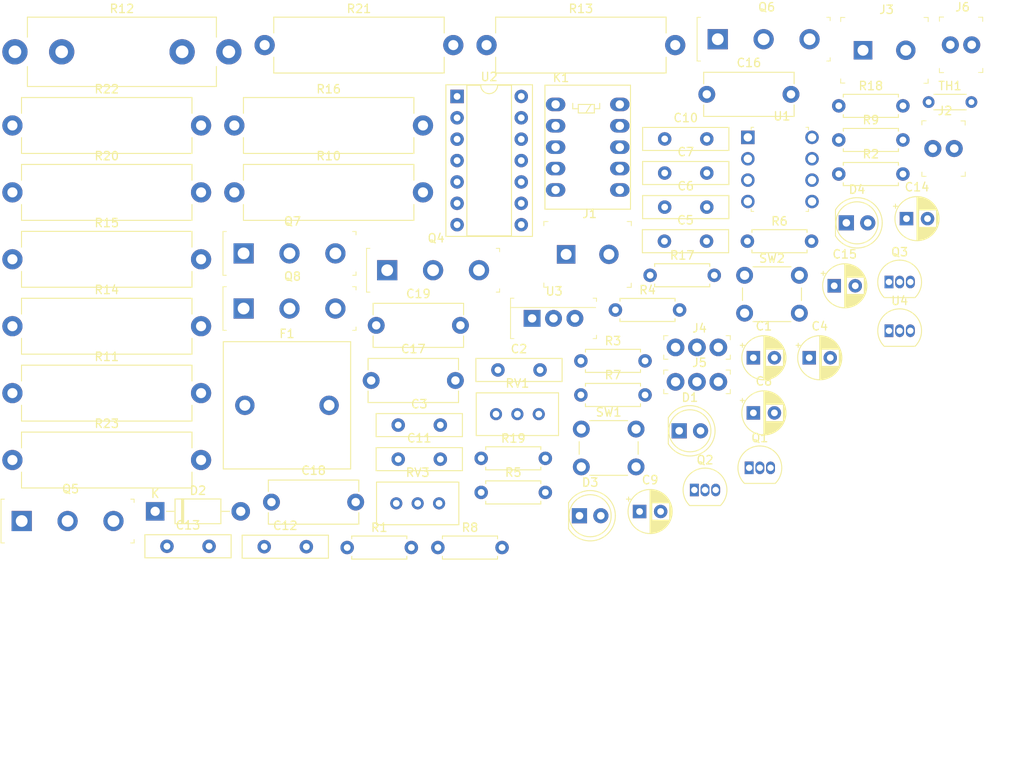
<source format=kicad_pcb>
(kicad_pcb (version 20171130) (host pcbnew "(5.1.6-0-10_14)")
  (layers (0 F.Cu signal) (31 B.Cu signal) (34 B.Paste user) (35 F.Paste user) (36 B.SilkS user) (37 F.SilkS user) (38 B.Mask user) (39 F.Mask user) (44 Edge.Cuts user))
  (net 0 "")
  (net 1 +12V)
  (net 2 GND)
  (net 3 VCC)
  (net 4 "Net-(C7-Pad1)")
  (net 5 "Net-(C7-Pad2)")
  (net 6 +5V)
  (net 7 overtemp)
  (net 8 "Net-(D1-Pad2)")
  (net 9 "Net-(D2-Pad1)")
  (net 10 "Net-(D2-Pad2)")
  (net 11 "Net-(D3-Pad2)")
  (net 12 "Net-(D4-Pad2)")
  (net 13 "Net-(D4-Pad1)")
  (net 14 "Net-(F1-Pad2)")
  (net 15 "Net-(J2-Pad1)")
  (net 16 "Net-(J3-Pad2)")
  (net 17 "Net-(J3-Pad1)")
  (net 18 "Net-(J4-Pad3)")
  (net 19 "Net-(J4-Pad2)")
  (net 20 "Net-(J4-Pad1)")
  (net 21 "Net-(J5-Pad3)")
  (net 22 "Net-(K1-Pad2)")
  (net 23 "Net-(K1-Pad4)")
  (net 24 "Net-(K1-Pad8)")
  (net 25 "Net-(Q1-Pad1)")
  (net 26 "Net-(Q4-Pad1)")
  (net 27 "Net-(Q5-Pad1)")
  (net 28 "Net-(Q6-Pad1)")
  (net 29 "Net-(Q7-Pad1)")
  (net 30 "Net-(Q8-Pad1)")
  (net 31 "Net-(R1-Pad2)")
  (net 32 "Net-(R3-Pad1)")
  (net 33 "Net-(R3-Pad2)")
  (net 34 "Net-(R17-Pad1)")
  (net 35 "Net-(R19-Pad2)")
  (net 36 "Net-(RV1-Pad3)")
  (net 37 "Net-(U1-Pad2)")
  (net 38 "Net-(U1-Pad6)")
  (net 39 "Net-(U2-Pad13)")
  (module kicad_logos:cerasus_loogo_klein (layer F.Cu) (at 242.57 113.03)
    (fp_text reference G*** hide)
    (fp_text value LOGO hide)
  )
  (module kicad_logos:cherry_logo_2 (layer F.Cu) (at 241.3 115.57)
    (fp_text reference G*** hide)
    (fp_text value LOGO hide)
  )
  (module Capacitor_THT:CP_Radial_D5.0mm_P2.50mm (layer F.Cu) (at 227.884776 86.345001)
    (fp_text reference C1 (at 1.25 -3.75) (layer F.SilkS))
    (fp_text value 1u)
    (pad 1 thru_hole rect (at 0 0) (size 1.6 1.6) (drill 0.8) (layers *.Cu *.Mask) (net 1 +12V))
    (pad 2 thru_hole circle (at 2.5 0) (size 1.6 1.6) (drill 0.8) (layers *.Cu *.Mask) (net 2 GND))
  )
  (module Capacitor_THT:C_Disc_D10.0mm_W2.5mm_P5.00mm (layer F.Cu) (at 197.555001 87.795001)
    (fp_text reference C2 (at 2.5 -2.5) (layer F.SilkS))
    (fp_text value 10n)
    (pad 1 thru_hole circle (at 0 0) (size 1.6 1.6) (drill 0.8) (layers *.Cu *.Mask) (net 1 +12V))
    (pad 2 thru_hole circle (at 5 0) (size 1.6 1.6) (drill 0.8) (layers *.Cu *.Mask) (net 2 GND))
  )
  (module Capacitor_THT:C_Disc_D10.0mm_W2.5mm_P5.00mm (layer F.Cu) (at 185.715001 94.345001)
    (fp_text reference C3 (at 2.5 -2.5) (layer F.SilkS))
    (fp_text value 100p)
    (pad 1 thru_hole circle (at 0 0) (size 1.6 1.6) (drill 0.8) (layers *.Cu *.Mask) (net 1 +12V))
    (pad 2 thru_hole circle (at 5 0) (size 1.6 1.6) (drill 0.8) (layers *.Cu *.Mask) (net 2 GND))
  )
  (module Capacitor_THT:CP_Radial_D5.0mm_P2.50mm (layer F.Cu) (at 234.514776 86.345001)
    (fp_text reference C4 (at 1.25 -3.75) (layer F.SilkS))
    (fp_text value 1u)
    (pad 1 thru_hole rect (at 0 0) (size 1.6 1.6) (drill 0.8) (layers *.Cu *.Mask) (net 3 VCC))
    (pad 2 thru_hole circle (at 2.5 0) (size 1.6 1.6) (drill 0.8) (layers *.Cu *.Mask) (net 2 GND))
  )
  (module Capacitor_THT:C_Disc_D10.0mm_W2.5mm_P5.00mm (layer F.Cu) (at 217.325001 72.495001)
    (fp_text reference C5 (at 2.5 -2.5) (layer F.SilkS))
    (fp_text value 10n)
    (pad 2 thru_hole circle (at 5 0) (size 1.6 1.6) (drill 0.8) (layers *.Cu *.Mask) (net 2 GND))
    (pad 1 thru_hole circle (at 0 0) (size 1.6 1.6) (drill 0.8) (layers *.Cu *.Mask) (net 3 VCC))
  )
  (module Capacitor_THT:C_Disc_D10.0mm_W2.5mm_P5.00mm (layer F.Cu) (at 217.355001 68.445001)
    (fp_text reference C6 (at 2.5 -2.5) (layer F.SilkS))
    (fp_text value 100p)
    (pad 2 thru_hole circle (at 5 0) (size 1.6 1.6) (drill 0.8) (layers *.Cu *.Mask) (net 2 GND))
    (pad 1 thru_hole circle (at 0 0) (size 1.6 1.6) (drill 0.8) (layers *.Cu *.Mask) (net 3 VCC))
  )
  (module Capacitor_THT:C_Disc_D10.0mm_W2.5mm_P5.00mm (layer F.Cu) (at 217.355001 64.395001)
    (fp_text reference C7 (at 2.5 -2.5) (layer F.SilkS))
    (fp_text value 22p)
    (pad 1 thru_hole circle (at 0 0) (size 1.6 1.6) (drill 0.8) (layers *.Cu *.Mask) (net 4 "Net-(C7-Pad1)"))
    (pad 2 thru_hole circle (at 5 0) (size 1.6 1.6) (drill 0.8) (layers *.Cu *.Mask) (net 5 "Net-(C7-Pad2)"))
  )
  (module Capacitor_THT:CP_Radial_D5.0mm_P2.50mm (layer F.Cu) (at 227.884776 92.895001)
    (fp_text reference C8 (at 1.25 -3.75) (layer F.SilkS))
    (fp_text value 1u)
    (pad 2 thru_hole circle (at 2.5 0) (size 1.6 1.6) (drill 0.8) (layers *.Cu *.Mask) (net 2 GND))
    (pad 1 thru_hole rect (at 0 0) (size 1.6 1.6) (drill 0.8) (layers *.Cu *.Mask) (net 3 VCC))
  )
  (module Capacitor_THT:CP_Radial_D5.0mm_P2.50mm (layer F.Cu) (at 214.374776 104.615001)
    (fp_text reference C9 (at 1.25 -3.75) (layer F.SilkS))
    (fp_text value 1u)
    (pad 2 thru_hole circle (at 2.5 0) (size 1.6 1.6) (drill 0.8) (layers *.Cu *.Mask) (net 2 GND))
    (pad 1 thru_hole rect (at 0 0) (size 1.6 1.6) (drill 0.8) (layers *.Cu *.Mask) (net 3 VCC))
  )
  (module Capacitor_THT:C_Disc_D10.0mm_W2.5mm_P5.00mm (layer F.Cu) (at 217.355001 60.345001)
    (fp_text reference C10 (at 2.5 -2.5) (layer F.SilkS))
    (fp_text value 10n)
    (pad 2 thru_hole circle (at 5 0) (size 1.6 1.6) (drill 0.8) (layers *.Cu *.Mask) (net 2 GND))
    (pad 1 thru_hole circle (at 0 0) (size 1.6 1.6) (drill 0.8) (layers *.Cu *.Mask) (net 3 VCC))
  )
  (module Capacitor_THT:C_Disc_D10.0mm_W2.5mm_P5.00mm (layer F.Cu) (at 185.715001 98.395001)
    (fp_text reference C11 (at 2.5 -2.5) (layer F.SilkS))
    (fp_text value 10n)
    (pad 1 thru_hole circle (at 0 0) (size 1.6 1.6) (drill 0.8) (layers *.Cu *.Mask) (net 3 VCC))
    (pad 2 thru_hole circle (at 5 0) (size 1.6 1.6) (drill 0.8) (layers *.Cu *.Mask) (net 2 GND))
  )
  (module Capacitor_THT:C_Disc_D10.0mm_W2.5mm_P5.00mm (layer F.Cu) (at 169.805001 108.795001)
    (fp_text reference C12 (at 2.5 -2.5) (layer F.SilkS))
    (fp_text value 100p)
    (pad 1 thru_hole circle (at 0 0) (size 1.6 1.6) (drill 0.8) (layers *.Cu *.Mask) (net 3 VCC))
    (pad 2 thru_hole circle (at 5 0) (size 1.6 1.6) (drill 0.8) (layers *.Cu *.Mask) (net 2 GND))
  )
  (module Capacitor_THT:C_Disc_D10.0mm_W2.5mm_P5.00mm (layer F.Cu) (at 158.255001 108.745001)
    (fp_text reference C13 (at 2.5 -2.5) (layer F.SilkS))
    (fp_text value 100p)
    (pad 2 thru_hole circle (at 5 0) (size 1.6 1.6) (drill 0.8) (layers *.Cu *.Mask) (net 2 GND))
    (pad 1 thru_hole circle (at 0 0) (size 1.6 1.6) (drill 0.8) (layers *.Cu *.Mask) (net 3 VCC))
  )
  (module Capacitor_THT:CP_Radial_D5.0mm_P2.50mm (layer F.Cu) (at 246.064776 69.815001)
    (fp_text reference C14 (at 1.25 -3.75) (layer F.SilkS))
    (fp_text value 1u)
    (pad 1 thru_hole rect (at 0 0) (size 1.6 1.6) (drill 0.8) (layers *.Cu *.Mask) (net 1 +12V))
    (pad 2 thru_hole circle (at 2.5 0) (size 1.6 1.6) (drill 0.8) (layers *.Cu *.Mask) (net 2 GND))
  )
  (module Capacitor_THT:CP_Radial_D5.0mm_P2.50mm (layer F.Cu) (at 237.484776 77.795001)
    (fp_text reference C15 (at 1.25 -3.75) (layer F.SilkS))
    (fp_text value 1u)
    (pad 2 thru_hole circle (at 2.5 0) (size 1.6 1.6) (drill 0.8) (layers *.Cu *.Mask) (net 2 GND))
    (pad 1 thru_hole rect (at 0 0) (size 1.6 1.6) (drill 0.8) (layers *.Cu *.Mask) (net 6 +5V))
  )
  (module Capacitor_THT:C_Disc_D10.5mm_W5.0mm_P10.00mm (layer F.Cu) (at 222.355001 55.045001)
    (fp_text reference C16 (at 5 -3.75) (layer F.SilkS))
    (fp_text value 10n)
    (pad 1 thru_hole circle (at 0 0) (size 2 2) (drill 1) (layers *.Cu *.Mask) (net 1 +12V))
    (pad 2 thru_hole circle (at 10 0) (size 2 2) (drill 1) (layers *.Cu *.Mask) (net 2 GND))
  )
  (module Capacitor_THT:C_Disc_D10.5mm_W5.0mm_P10.00mm (layer F.Cu) (at 182.505001 89.045001)
    (fp_text reference C17 (at 5 -3.75) (layer F.SilkS))
    (fp_text value 10n)
    (pad 1 thru_hole circle (at 0 0) (size 2 2) (drill 1) (layers *.Cu *.Mask) (net 6 +5V))
    (pad 2 thru_hole circle (at 10 0) (size 2 2) (drill 1) (layers *.Cu *.Mask) (net 2 GND))
  )
  (module Capacitor_THT:C_Disc_D10.5mm_W5.0mm_P10.00mm (layer F.Cu) (at 170.665001 103.495001)
    (fp_text reference C18 (at 5 -3.75) (layer F.SilkS))
    (fp_text value 100p)
    (pad 2 thru_hole circle (at 10 0) (size 2 2) (drill 1) (layers *.Cu *.Mask) (net 2 GND))
    (pad 1 thru_hole circle (at 0 0) (size 2 2) (drill 1) (layers *.Cu *.Mask) (net 1 +12V))
  )
  (module Capacitor_THT:C_Disc_D10.5mm_W5.0mm_P10.00mm (layer F.Cu) (at 183.105001 82.495001)
    (fp_text reference C19 (at 5 -3.75) (layer F.SilkS))
    (fp_text value 100p)
    (pad 2 thru_hole circle (at 10 0) (size 2 2) (drill 1) (layers *.Cu *.Mask) (net 2 GND))
    (pad 1 thru_hole circle (at 0 0) (size 2 2) (drill 1) (layers *.Cu *.Mask) (net 6 +5V))
  )
  (module LED_THT:LED_D5.0mm (layer F.Cu) (at 219.075001 95.025001)
    (fp_text reference D1 (at 1.27 -3.96) (layer F.SilkS))
    (fp_text value LED)
    (pad 1 thru_hole rect (at 0 0) (size 1.8 1.8) (drill 0.9) (layers *.Cu *.Mask) (net 7 overtemp))
    (pad 2 thru_hole circle (at 2.54 0) (size 1.8 1.8) (drill 0.9) (layers *.Cu *.Mask) (net 8 "Net-(D1-Pad2)"))
  )
  (module Diode_THT:D_DO-41_SOD81_P10.16mm_Horizontal (layer F.Cu) (at 156.855001 104.595001)
    (fp_text reference D2 (at 5.08 -2.47) (layer F.SilkS))
    (fp_text value 1N4001)
    (fp_text user K (at 0 -2.1) (layer F.SilkS))
    (pad 1 thru_hole rect (at 0 0) (size 2.2 2.2) (drill 1.1) (layers *.Cu *.Mask) (net 9 "Net-(D2-Pad1)"))
    (pad 2 thru_hole oval (at 10.16 0) (size 2.2 2.2) (drill 1.1) (layers *.Cu *.Mask) (net 10 "Net-(D2-Pad2)"))
  )
  (module LED_THT:LED_D5.0mm (layer F.Cu) (at 207.235001 105.115001)
    (fp_text reference D3 (at 1.27 -3.96) (layer F.SilkS))
    (fp_text value LED)
    (pad 1 thru_hole rect (at 0 0) (size 1.8 1.8) (drill 0.9) (layers *.Cu *.Mask) (net 2 GND))
    (pad 2 thru_hole circle (at 2.54 0) (size 1.8 1.8) (drill 0.9) (layers *.Cu *.Mask) (net 11 "Net-(D3-Pad2)"))
  )
  (module LED_THT:LED_D5.0mm (layer F.Cu) (at 238.925001 70.315001)
    (fp_text reference D4 (at 1.27 -3.96) (layer F.SilkS))
    (fp_text value LED)
    (pad 2 thru_hole circle (at 2.54 0) (size 1.8 1.8) (drill 0.9) (layers *.Cu *.Mask) (net 12 "Net-(D4-Pad2)"))
    (pad 1 thru_hole rect (at 0 0) (size 1.8 1.8) (drill 0.9) (layers *.Cu *.Mask) (net 13 "Net-(D4-Pad1)"))
  )
  (module Fuse:Fuseholder_Cylinder-5x20mm_EATON_HBW_Vertical_Closed (layer F.Cu) (at 167.505001 91.995001)
    (fp_text reference F1 (at 5 -8.5) (layer F.SilkS))
    (fp_text value Fuse)
    (pad 1 thru_hole circle (at 0 0) (size 2.3 2.3) (drill 1.3) (layers *.Cu *.Mask) (net 3 VCC))
    (pad 2 thru_hole circle (at 10 0) (size 2.3 2.3) (drill 1.3) (layers *.Cu *.Mask) (net 14 "Net-(F1-Pad2)"))
  )
  (module digikey-footprints:Term_Block_1x2_P5.08MM (layer F.Cu) (at 205.655001 74.059001)
    (fp_text reference J1 (at 2.794 -4.826) (layer F.SilkS))
    (fp_text value OSTTC022162)
    (pad 1 thru_hole rect (at 0 0) (size 2.2 2.2) (drill 1.3) (layers *.Cu *.Mask) (net 14 "Net-(F1-Pad2)"))
    (pad 2 thru_hole circle (at 5.08 0) (size 2.3 2.3) (drill 1.3) (layers *.Cu *.Mask) (net 2 GND))
  )
  (module digikey-footprints:PinHeader_1x2_P2.54mm_Drill1.02mm (layer F.Cu) (at 249.195001 61.485001)
    (fp_text reference J2 (at 1.45 -4.48) (layer F.SilkS))
    (fp_text value 640456-2)
    (pad 2 thru_hole circle (at 2.54 0) (size 2.02 2.02) (drill 1.02) (layers *.Cu *.Mask) (net 2 GND))
    (pad 1 thru_hole circle (at 0 0) (size 2.02 2.02) (drill 1.02) (layers *.Cu *.Mask) (net 15 "Net-(J2-Pad1)"))
  )
  (module digikey-footprints:Term_Block_1x2_P5.08MM (layer F.Cu) (at 240.905001 49.809001)
    (fp_text reference J3 (at 2.794 -4.826) (layer F.SilkS))
    (fp_text value OSTTC022162)
    (pad 2 thru_hole circle (at 5.08 0) (size 2.3 2.3) (drill 1.3) (layers *.Cu *.Mask) (net 16 "Net-(J3-Pad2)"))
    (pad 1 thru_hole rect (at 0 0) (size 2.2 2.2) (drill 1.3) (layers *.Cu *.Mask) (net 17 "Net-(J3-Pad1)"))
  )
  (module digikey-footprints:PinHeader_1x3_P2.54_Drill1.1mm (layer F.Cu) (at 218.645001 85.115001)
    (fp_text reference J4 (at 2.85 -2.28) (layer F.SilkS))
    (fp_text value 640456-3)
    (pad 3 thru_hole circle (at 5.08 0) (size 2.1 2.1) (drill 1.1) (layers *.Cu *.Mask) (net 18 "Net-(J4-Pad3)"))
    (pad 2 thru_hole circle (at 2.54 0) (size 2.1 2.1) (drill 1.1) (layers *.Cu *.Mask) (net 19 "Net-(J4-Pad2)"))
    (pad 1 thru_hole circle (at 0 0) (size 2.1 2.1) (drill 1.1) (layers *.Cu *.Mask) (net 20 "Net-(J4-Pad1)"))
  )
  (module digikey-footprints:PinHeader_1x3_P2.54_Drill1.1mm (layer F.Cu) (at 218.645001 89.205001)
    (fp_text reference J5 (at 2.85 -2.28) (layer F.SilkS))
    (fp_text value 640456-3)
    (pad 1 thru_hole circle (at 0 0) (size 2.1 2.1) (drill 1.1) (layers *.Cu *.Mask) (net 2 GND))
    (pad 2 thru_hole circle (at 2.54 0) (size 2.1 2.1) (drill 1.1) (layers *.Cu *.Mask) (net 20 "Net-(J4-Pad1)"))
    (pad 3 thru_hole circle (at 5.08 0) (size 2.1 2.1) (drill 1.1) (layers *.Cu *.Mask) (net 21 "Net-(J5-Pad3)"))
  )
  (module digikey-footprints:PinHeader_1x2_P2.54mm_Drill1.02mm (layer F.Cu) (at 251.275001 49.165001)
    (fp_text reference J6 (at 1.45 -4.48) (layer F.SilkS))
    (fp_text value 640456-2)
    (pad 1 thru_hole circle (at 0 0) (size 2.02 2.02) (drill 1.02) (layers *.Cu *.Mask) (net 2 GND))
    (pad 2 thru_hole circle (at 2.54 0) (size 2.02 2.02) (drill 1.02) (layers *.Cu *.Mask) (net 1 +12V))
  )
  (module Relay_THT:Relay_DPDT_FRT5 (layer F.Cu) (at 204.405001 56.245001)
    (fp_text reference K1 (at 0.635 -3.175) (layer F.SilkS))
    (fp_text value FRT5_separated)
    (pad 1 thru_hole oval (at 0 0) (size 2.3 1.6) (drill 1) (layers *.Cu *.Mask) (net 9 "Net-(D2-Pad1)"))
    (pad 2 thru_hole oval (at 0 2.54) (size 2.3 1.6) (drill 1) (layers *.Cu *.Mask) (net 22 "Net-(K1-Pad2)"))
    (pad 3 thru_hole oval (at 0 5.08) (size 2.3 1.6) (drill 1) (layers *.Cu *.Mask) (net 9 "Net-(D2-Pad1)"))
    (pad 4 thru_hole oval (at 0 7.62) (size 2.3 1.6) (drill 1) (layers *.Cu *.Mask) (net 23 "Net-(K1-Pad4)"))
    (pad 5 thru_hole oval (at 0 10.16) (size 2.3 1.6) (drill 1) (layers *.Cu *.Mask))
    (pad 6 thru_hole oval (at 7.62 10.16) (size 2.3 1.6) (drill 1) (layers *.Cu *.Mask))
    (pad 7 thru_hole oval (at 7.62 7.62) (size 2.3 1.6) (drill 1) (layers *.Cu *.Mask) (net 19 "Net-(J4-Pad2)"))
    (pad 8 thru_hole oval (at 7.62 5.08) (size 2.3 1.6) (drill 1) (layers *.Cu *.Mask) (net 24 "Net-(K1-Pad8)"))
    (pad 9 thru_hole oval (at 7.62 2.54) (size 2.3 1.6) (drill 1) (layers *.Cu *.Mask) (net 2 GND))
    (pad 10 thru_hole oval (at 7.62 0) (size 2.3 1.6) (drill 1) (layers *.Cu *.Mask) (net 10 "Net-(D2-Pad2)"))
  )
  (module Package_TO_SOT_THT:TO-92_Inline (layer F.Cu) (at 227.385001 99.425001)
    (fp_text reference Q1 (at 1.27 -3.56) (layer F.SilkS))
    (fp_text value BS250)
    (pad 2 thru_hole oval (at 1.27 0) (size 1.05 1.5) (drill 0.75) (layers *.Cu *.Mask) (net 7 overtemp))
    (pad 3 thru_hole oval (at 2.54 0) (size 1.05 1.5) (drill 0.75) (layers *.Cu *.Mask) (net 1 +12V))
    (pad 1 thru_hole rect (at 0 0) (size 1.05 1.5) (drill 0.75) (layers *.Cu *.Mask) (net 25 "Net-(Q1-Pad1)"))
  )
  (module Package_TO_SOT_THT:TO-92_Inline (layer F.Cu) (at 220.875001 102.055001)
    (fp_text reference Q2 (at 1.27 -3.56) (layer F.SilkS))
    (fp_text value 2N7000)
    (pad 1 thru_hole rect (at 0 0) (size 1.05 1.5) (drill 0.75) (layers *.Cu *.Mask) (net 2 GND))
    (pad 3 thru_hole oval (at 2.54 0) (size 1.05 1.5) (drill 0.75) (layers *.Cu *.Mask) (net 13 "Net-(D4-Pad1)"))
    (pad 2 thru_hole oval (at 1.27 0) (size 1.05 1.5) (drill 0.75) (layers *.Cu *.Mask) (net 7 overtemp))
  )
  (module Package_TO_SOT_THT:TO-92_Inline (layer F.Cu) (at 243.985001 77.345001)
    (fp_text reference Q3 (at 1.27 -3.56) (layer F.SilkS))
    (fp_text value 2N7000)
    (pad 1 thru_hole rect (at 0 0) (size 1.05 1.5) (drill 0.75) (layers *.Cu *.Mask) (net 2 GND))
    (pad 3 thru_hole oval (at 2.54 0) (size 1.05 1.5) (drill 0.75) (layers *.Cu *.Mask) (net 24 "Net-(K1-Pad8)"))
    (pad 2 thru_hole oval (at 1.27 0) (size 1.05 1.5) (drill 0.75) (layers *.Cu *.Mask) (net 7 overtemp))
  )
  (module digikey-footprints:TO-247-3 (layer F.Cu) (at 184.405001 75.945001)
    (fp_text reference Q4 (at 5.81 -3.81) (layer F.SilkS))
    (fp_text value TIP142)
    (pad 1 thru_hole rect (at 0 0) (size 2.4 2.4) (drill 1.4) (layers *.Cu *.Mask) (net 26 "Net-(Q4-Pad1)"))
    (pad 2 thru_hole circle (at 5.45 0) (size 2.4 2.4) (drill 1.4) (layers *.Cu *.Mask) (net 4 "Net-(C7-Pad1)"))
    (pad 3 thru_hole circle (at 10.9 0) (size 2.4 2.4) (drill 1.4) (layers *.Cu *.Mask) (net 3 VCC))
  )
  (module digikey-footprints:TO-247-3 (layer F.Cu) (at 141.005001 105.745001)
    (fp_text reference Q5 (at 5.81 -3.81) (layer F.SilkS))
    (fp_text value TIP142)
    (pad 1 thru_hole rect (at 0 0) (size 2.4 2.4) (drill 1.4) (layers *.Cu *.Mask) (net 27 "Net-(Q5-Pad1)"))
    (pad 2 thru_hole circle (at 5.45 0) (size 2.4 2.4) (drill 1.4) (layers *.Cu *.Mask) (net 4 "Net-(C7-Pad1)"))
    (pad 3 thru_hole circle (at 10.9 0) (size 2.4 2.4) (drill 1.4) (layers *.Cu *.Mask) (net 3 VCC))
  )
  (module digikey-footprints:TO-247-3 (layer F.Cu) (at 223.655001 48.495001)
    (fp_text reference Q6 (at 5.81 -3.81) (layer F.SilkS))
    (fp_text value TIP142)
    (pad 3 thru_hole circle (at 10.9 0) (size 2.4 2.4) (drill 1.4) (layers *.Cu *.Mask) (net 3 VCC))
    (pad 2 thru_hole circle (at 5.45 0) (size 2.4 2.4) (drill 1.4) (layers *.Cu *.Mask) (net 4 "Net-(C7-Pad1)"))
    (pad 1 thru_hole rect (at 0 0) (size 2.4 2.4) (drill 1.4) (layers *.Cu *.Mask) (net 28 "Net-(Q6-Pad1)"))
  )
  (module digikey-footprints:TO-247-3 (layer F.Cu) (at 167.355001 73.945001)
    (fp_text reference Q7 (at 5.81 -3.81) (layer F.SilkS))
    (fp_text value TIP142)
    (pad 1 thru_hole rect (at 0 0) (size 2.4 2.4) (drill 1.4) (layers *.Cu *.Mask) (net 29 "Net-(Q7-Pad1)"))
    (pad 2 thru_hole circle (at 5.45 0) (size 2.4 2.4) (drill 1.4) (layers *.Cu *.Mask) (net 4 "Net-(C7-Pad1)"))
    (pad 3 thru_hole circle (at 10.9 0) (size 2.4 2.4) (drill 1.4) (layers *.Cu *.Mask) (net 3 VCC))
  )
  (module digikey-footprints:TO-247-3 (layer F.Cu) (at 167.355001 80.495001)
    (fp_text reference Q8 (at 5.81 -3.81) (layer F.SilkS))
    (fp_text value TIP142)
    (pad 3 thru_hole circle (at 10.9 0) (size 2.4 2.4) (drill 1.4) (layers *.Cu *.Mask) (net 3 VCC))
    (pad 2 thru_hole circle (at 5.45 0) (size 2.4 2.4) (drill 1.4) (layers *.Cu *.Mask) (net 4 "Net-(C7-Pad1)"))
    (pad 1 thru_hole rect (at 0 0) (size 2.4 2.4) (drill 1.4) (layers *.Cu *.Mask) (net 30 "Net-(Q8-Pad1)"))
  )
  (module Resistor_THT:R_Axial_DIN0207_L6.3mm_D2.5mm_P7.62mm_Horizontal (layer F.Cu) (at 179.655001 108.895001)
    (fp_text reference R1 (at 3.81 -2.37) (layer F.SilkS))
    (fp_text value 10k)
    (pad 2 thru_hole oval (at 7.62 0) (size 1.6 1.6) (drill 0.8) (layers *.Cu *.Mask) (net 31 "Net-(R1-Pad2)"))
    (pad 1 thru_hole circle (at 0 0) (size 1.6 1.6) (drill 0.8) (layers *.Cu *.Mask) (net 1 +12V))
  )
  (module Resistor_THT:R_Axial_DIN0207_L6.3mm_D2.5mm_P7.62mm_Horizontal (layer F.Cu) (at 238.025001 64.515001)
    (fp_text reference R2 (at 3.81 -2.37) (layer F.SilkS))
    (fp_text value 10k)
    (pad 2 thru_hole oval (at 7.62 0) (size 1.6 1.6) (drill 0.8) (layers *.Cu *.Mask) (net 2 GND))
    (pad 1 thru_hole circle (at 0 0) (size 1.6 1.6) (drill 0.8) (layers *.Cu *.Mask) (net 31 "Net-(R1-Pad2)"))
  )
  (module Resistor_THT:R_Axial_DIN0207_L6.3mm_D2.5mm_P7.62mm_Horizontal (layer F.Cu) (at 207.405001 86.715001)
    (fp_text reference R3 (at 3.81 -2.37) (layer F.SilkS))
    (fp_text value 10k)
    (pad 1 thru_hole circle (at 0 0) (size 1.6 1.6) (drill 0.8) (layers *.Cu *.Mask) (net 32 "Net-(R3-Pad1)"))
    (pad 2 thru_hole oval (at 7.62 0) (size 1.6 1.6) (drill 0.8) (layers *.Cu *.Mask) (net 33 "Net-(R3-Pad2)"))
  )
  (module Resistor_THT:R_Axial_DIN0207_L6.3mm_D2.5mm_P7.62mm_Horizontal (layer F.Cu) (at 211.505001 80.665001)
    (fp_text reference R4 (at 3.81 -2.37) (layer F.SilkS))
    (fp_text value 1Meg)
    (pad 2 thru_hole oval (at 7.62 0) (size 1.6 1.6) (drill 0.8) (layers *.Cu *.Mask) (net 32 "Net-(R3-Pad1)"))
    (pad 1 thru_hole circle (at 0 0) (size 1.6 1.6) (drill 0.8) (layers *.Cu *.Mask) (net 7 overtemp))
  )
  (module Resistor_THT:R_Axial_DIN0207_L6.3mm_D2.5mm_P7.62mm_Horizontal (layer F.Cu) (at 195.565001 102.345001)
    (fp_text reference R5 (at 3.81 -2.37) (layer F.SilkS))
    (fp_text value 1k5)
    (pad 1 thru_hole circle (at 0 0) (size 1.6 1.6) (drill 0.8) (layers *.Cu *.Mask) (net 1 +12V))
    (pad 2 thru_hole oval (at 7.62 0) (size 1.6 1.6) (drill 0.8) (layers *.Cu *.Mask) (net 8 "Net-(D1-Pad2)"))
  )
  (module Resistor_THT:R_Axial_DIN0207_L6.3mm_D2.5mm_P7.62mm_Horizontal (layer F.Cu) (at 227.175001 72.495001)
    (fp_text reference R6 (at 3.81 -2.37) (layer F.SilkS))
    (fp_text value 0)
    (pad 1 thru_hole circle (at 0 0) (size 1.6 1.6) (drill 0.8) (layers *.Cu *.Mask) (net 10 "Net-(D2-Pad2)"))
    (pad 2 thru_hole oval (at 7.62 0) (size 1.6 1.6) (drill 0.8) (layers *.Cu *.Mask) (net 11 "Net-(D3-Pad2)"))
  )
  (module Resistor_THT:R_Axial_DIN0207_L6.3mm_D2.5mm_P7.62mm_Horizontal (layer F.Cu) (at 207.405001 90.765001)
    (fp_text reference R7 (at 3.81 -2.37) (layer F.SilkS))
    (fp_text value 10k)
    (pad 1 thru_hole circle (at 0 0) (size 1.6 1.6) (drill 0.8) (layers *.Cu *.Mask) (net 15 "Net-(J2-Pad1)"))
    (pad 2 thru_hole oval (at 7.62 0) (size 1.6 1.6) (drill 0.8) (layers *.Cu *.Mask) (net 18 "Net-(J4-Pad3)"))
  )
  (module Resistor_THT:R_Axial_DIN0207_L6.3mm_D2.5mm_P7.62mm_Horizontal (layer F.Cu) (at 190.425001 108.895001)
    (fp_text reference R8 (at 3.81 -2.37) (layer F.SilkS))
    (fp_text value 1k5)
    (pad 2 thru_hole oval (at 7.62 0) (size 1.6 1.6) (drill 0.8) (layers *.Cu *.Mask) (net 12 "Net-(D4-Pad2)"))
    (pad 1 thru_hole circle (at 0 0) (size 1.6 1.6) (drill 0.8) (layers *.Cu *.Mask) (net 1 +12V))
  )
  (module Resistor_THT:R_Axial_DIN0207_L6.3mm_D2.5mm_P7.62mm_Horizontal (layer F.Cu) (at 238.025001 60.465001)
    (fp_text reference R9 (at 3.81 -2.37) (layer F.SilkS))
    (fp_text value 90k)
    (pad 2 thru_hole oval (at 7.62 0) (size 1.6 1.6) (drill 0.8) (layers *.Cu *.Mask) (net 21 "Net-(J5-Pad3)"))
    (pad 1 thru_hole circle (at 0 0) (size 1.6 1.6) (drill 0.8) (layers *.Cu *.Mask) (net 6 +5V))
  )
  (module Resistor_THT:R_Axial_Power_L20.0mm_W6.4mm_P22.40mm (layer F.Cu) (at 166.255001 66.695001)
    (fp_text reference R10 (at 11.2 -4.32) (layer F.SilkS))
    (fp_text value 1)
    (pad 2 thru_hole oval (at 22.4 0) (size 2.4 2.4) (drill 1.2) (layers *.Cu *.Mask) (net 16 "Net-(J3-Pad2)"))
    (pad 1 thru_hole circle (at 0 0) (size 2.4 2.4) (drill 1.2) (layers *.Cu *.Mask) (net 26 "Net-(Q4-Pad1)"))
  )
  (module Resistor_THT:R_Axial_Power_L20.0mm_W6.4mm_P22.40mm (layer F.Cu) (at 139.905001 90.545001)
    (fp_text reference R11 (at 11.2 -4.32) (layer F.SilkS))
    (fp_text value 1)
    (pad 1 thru_hole circle (at 0 0) (size 2.4 2.4) (drill 1.2) (layers *.Cu *.Mask) (net 26 "Net-(Q4-Pad1)"))
    (pad 2 thru_hole oval (at 22.4 0) (size 2.4 2.4) (drill 1.2) (layers *.Cu *.Mask) (net 16 "Net-(J3-Pad2)"))
  )
  (module Resistor_THT:R_Axial_Shunt_L22.2mm_W8.0mm_PS14.30mm_P25.40mm (layer F.Cu) (at 140.205001 49.995001)
    (fp_text reference R12 (at 12.7 -5.12) (layer F.SilkS))
    (fp_text value 0.1)
    (pad 1 thru_hole circle (at 0 0) (size 3 3) (drill 1.5) (layers *.Cu *.Mask) (net 2 GND))
    (pad 2 thru_hole oval (at 5.55 0) (size 3 3) (drill 1.5) (layers *.Cu *.Mask) (net 2 GND))
    (pad 3 thru_hole oval (at 19.85 0) (size 3 3) (drill 1.5) (layers *.Cu *.Mask) (net 5 "Net-(C7-Pad2)"))
    (pad 4 thru_hole oval (at 25.4 0) (size 3 3) (drill 1.5) (layers *.Cu *.Mask) (net 17 "Net-(J3-Pad1)"))
  )
  (module Resistor_THT:R_Axial_Power_L20.0mm_W6.4mm_P22.40mm (layer F.Cu) (at 196.205001 49.195001)
    (fp_text reference R13 (at 11.2 -4.32) (layer F.SilkS))
    (fp_text value 1)
    (pad 2 thru_hole oval (at 22.4 0) (size 2.4 2.4) (drill 1.2) (layers *.Cu *.Mask) (net 16 "Net-(J3-Pad2)"))
    (pad 1 thru_hole circle (at 0 0) (size 2.4 2.4) (drill 1.2) (layers *.Cu *.Mask) (net 27 "Net-(Q5-Pad1)"))
  )
  (module Resistor_THT:R_Axial_Power_L20.0mm_W6.4mm_P22.40mm (layer F.Cu) (at 139.905001 82.595001)
    (fp_text reference R14 (at 11.2 -4.32) (layer F.SilkS))
    (fp_text value 1)
    (pad 1 thru_hole circle (at 0 0) (size 2.4 2.4) (drill 1.2) (layers *.Cu *.Mask) (net 27 "Net-(Q5-Pad1)"))
    (pad 2 thru_hole oval (at 22.4 0) (size 2.4 2.4) (drill 1.2) (layers *.Cu *.Mask) (net 16 "Net-(J3-Pad2)"))
  )
  (module Resistor_THT:R_Axial_Power_L20.0mm_W6.4mm_P22.40mm (layer F.Cu) (at 139.905001 74.645001)
    (fp_text reference R15 (at 11.2 -4.32) (layer F.SilkS))
    (fp_text value 1)
    (pad 1 thru_hole circle (at 0 0) (size 2.4 2.4) (drill 1.2) (layers *.Cu *.Mask) (net 28 "Net-(Q6-Pad1)"))
    (pad 2 thru_hole oval (at 22.4 0) (size 2.4 2.4) (drill 1.2) (layers *.Cu *.Mask) (net 16 "Net-(J3-Pad2)"))
  )
  (module Resistor_THT:R_Axial_Power_L20.0mm_W6.4mm_P22.40mm (layer F.Cu) (at 166.255001 58.745001)
    (fp_text reference R16 (at 11.2 -4.32) (layer F.SilkS))
    (fp_text value 1)
    (pad 2 thru_hole oval (at 22.4 0) (size 2.4 2.4) (drill 1.2) (layers *.Cu *.Mask) (net 16 "Net-(J3-Pad2)"))
    (pad 1 thru_hole circle (at 0 0) (size 2.4 2.4) (drill 1.2) (layers *.Cu *.Mask) (net 28 "Net-(Q6-Pad1)"))
  )
  (module Resistor_THT:R_Axial_DIN0207_L6.3mm_D2.5mm_P7.62mm_Horizontal (layer F.Cu) (at 215.625001 76.545001)
    (fp_text reference R17 (at 3.81 -2.37) (layer F.SilkS))
    (fp_text value 2k3)
    (pad 2 thru_hole oval (at 7.62 0) (size 1.6 1.6) (drill 0.8) (layers *.Cu *.Mask) (net 2 GND))
    (pad 1 thru_hole circle (at 0 0) (size 1.6 1.6) (drill 0.8) (layers *.Cu *.Mask) (net 34 "Net-(R17-Pad1)"))
  )
  (module Resistor_THT:R_Axial_DIN0207_L6.3mm_D2.5mm_P7.62mm_Horizontal (layer F.Cu) (at 238.025001 56.415001)
    (fp_text reference R18 (at 3.81 -2.37) (layer F.SilkS))
    (fp_text value 240)
    (pad 1 thru_hole circle (at 0 0) (size 1.6 1.6) (drill 0.8) (layers *.Cu *.Mask) (net 1 +12V))
    (pad 2 thru_hole oval (at 7.62 0) (size 1.6 1.6) (drill 0.8) (layers *.Cu *.Mask) (net 34 "Net-(R17-Pad1)"))
  )
  (module Resistor_THT:R_Axial_DIN0207_L6.3mm_D2.5mm_P7.62mm_Horizontal (layer F.Cu) (at 195.565001 98.295001)
    (fp_text reference R19 (at 3.81 -2.37) (layer F.SilkS))
    (fp_text value 240)
    (pad 1 thru_hole circle (at 0 0) (size 1.6 1.6) (drill 0.8) (layers *.Cu *.Mask) (net 6 +5V))
    (pad 2 thru_hole oval (at 7.62 0) (size 1.6 1.6) (drill 0.8) (layers *.Cu *.Mask) (net 35 "Net-(R19-Pad2)"))
  )
  (module Resistor_THT:R_Axial_Power_L20.0mm_W6.4mm_P22.40mm (layer F.Cu) (at 139.905001 66.695001)
    (fp_text reference R20 (at 11.2 -4.32) (layer F.SilkS))
    (fp_text value 1)
    (pad 2 thru_hole oval (at 22.4 0) (size 2.4 2.4) (drill 1.2) (layers *.Cu *.Mask) (net 16 "Net-(J3-Pad2)"))
    (pad 1 thru_hole circle (at 0 0) (size 2.4 2.4) (drill 1.2) (layers *.Cu *.Mask) (net 29 "Net-(Q7-Pad1)"))
  )
  (module Resistor_THT:R_Axial_Power_L20.0mm_W6.4mm_P22.40mm (layer F.Cu) (at 169.855001 49.195001)
    (fp_text reference R21 (at 11.2 -4.32) (layer F.SilkS))
    (fp_text value 1)
    (pad 1 thru_hole circle (at 0 0) (size 2.4 2.4) (drill 1.2) (layers *.Cu *.Mask) (net 29 "Net-(Q7-Pad1)"))
    (pad 2 thru_hole oval (at 22.4 0) (size 2.4 2.4) (drill 1.2) (layers *.Cu *.Mask) (net 16 "Net-(J3-Pad2)"))
  )
  (module Resistor_THT:R_Axial_Power_L20.0mm_W6.4mm_P22.40mm (layer F.Cu) (at 139.905001 58.745001)
    (fp_text reference R22 (at 11.2 -4.32) (layer F.SilkS))
    (fp_text value 1)
    (pad 2 thru_hole oval (at 22.4 0) (size 2.4 2.4) (drill 1.2) (layers *.Cu *.Mask) (net 16 "Net-(J3-Pad2)"))
    (pad 1 thru_hole circle (at 0 0) (size 2.4 2.4) (drill 1.2) (layers *.Cu *.Mask) (net 30 "Net-(Q8-Pad1)"))
  )
  (module Resistor_THT:R_Axial_Power_L20.0mm_W6.4mm_P22.40mm (layer F.Cu) (at 139.905001 98.495001)
    (fp_text reference R23 (at 11.2 -4.32) (layer F.SilkS))
    (fp_text value 1)
    (pad 1 thru_hole circle (at 0 0) (size 2.4 2.4) (drill 1.2) (layers *.Cu *.Mask) (net 30 "Net-(Q8-Pad1)"))
    (pad 2 thru_hole oval (at 22.4 0) (size 2.4 2.4) (drill 1.2) (layers *.Cu *.Mask) (net 16 "Net-(J3-Pad2)"))
  )
  (module Potentiometer_THT:Potentiometer_Bourns_3296W_Vertical (layer F.Cu) (at 202.405001 93.045001)
    (fp_text reference RV1 (at -2.54 -3.66) (layer F.SilkS))
    (fp_text value 100k)
    (pad 3 thru_hole circle (at -5.08 0) (size 1.44 1.44) (drill 0.8) (layers *.Cu *.Mask) (net 36 "Net-(RV1-Pad3)"))
    (pad 2 thru_hole circle (at -2.54 0) (size 1.44 1.44) (drill 0.8) (layers *.Cu *.Mask) (net 2 GND))
    (pad 1 thru_hole circle (at 0 0) (size 1.44 1.44) (drill 0.8) (layers *.Cu *.Mask) (net 2 GND))
  )
  (module Potentiometer_THT:Potentiometer_Bourns_3296W_Vertical (layer F.Cu) (at 190.565001 103.645001)
    (fp_text reference RV3 (at -2.54 -3.66) (layer F.SilkS))
    (fp_text value 2k)
    (pad 1 thru_hole circle (at 0 0) (size 1.44 1.44) (drill 0.8) (layers *.Cu *.Mask) (net 35 "Net-(R19-Pad2)"))
    (pad 2 thru_hole circle (at -2.54 0) (size 1.44 1.44) (drill 0.8) (layers *.Cu *.Mask) (net 2 GND))
    (pad 3 thru_hole circle (at -5.08 0) (size 1.44 1.44) (drill 0.8) (layers *.Cu *.Mask) (net 2 GND))
  )
  (module Button_Switch_THT:SW_PUSH_6mm_H5mm (layer F.Cu) (at 207.455001 94.815001)
    (fp_text reference SW1 (at 3.25 -2) (layer F.SilkS))
    (fp_text value SW_Push_Open)
    (pad 2 thru_hole circle (at 0 4.5 90) (size 2 2) (drill 1.1) (layers *.Cu *.Mask) (net 25 "Net-(Q1-Pad1)"))
    (pad 1 thru_hole circle (at 0 0 90) (size 2 2) (drill 1.1) (layers *.Cu *.Mask) (net 23 "Net-(K1-Pad4)"))
    (pad 2 thru_hole circle (at 6.5 4.5 90) (size 2 2) (drill 1.1) (layers *.Cu *.Mask) (net 25 "Net-(Q1-Pad1)"))
    (pad 1 thru_hole circle (at 6.5 0 90) (size 2 2) (drill 1.1) (layers *.Cu *.Mask) (net 23 "Net-(K1-Pad4)"))
  )
  (module Button_Switch_THT:SW_PUSH_6mm_H5mm (layer F.Cu) (at 226.845001 76.545001)
    (fp_text reference SW2 (at 3.25 -2) (layer F.SilkS))
    (fp_text value SW_Push)
    (pad 1 thru_hole circle (at 6.5 0 90) (size 2 2) (drill 1.1) (layers *.Cu *.Mask) (net 9 "Net-(D2-Pad1)"))
    (pad 2 thru_hole circle (at 6.5 4.5 90) (size 2 2) (drill 1.1) (layers *.Cu *.Mask) (net 23 "Net-(K1-Pad4)"))
    (pad 1 thru_hole circle (at 0 0 90) (size 2 2) (drill 1.1) (layers *.Cu *.Mask) (net 9 "Net-(D2-Pad1)"))
    (pad 2 thru_hole circle (at 0 4.5 90) (size 2 2) (drill 1.1) (layers *.Cu *.Mask) (net 23 "Net-(K1-Pad4)"))
  )
  (module Resistor_THT:R_Axial_DIN0204_L3.6mm_D1.6mm_P5.08mm_Horizontal (layer F.Cu) (at 248.695001 55.965001)
    (fp_text reference TH1 (at 2.54 -1.92) (layer F.SilkS))
    (fp_text value 100k)
    (pad 1 thru_hole circle (at 0 0) (size 1.4 1.4) (drill 0.7) (layers *.Cu *.Mask) (net 36 "Net-(RV1-Pad3)"))
    (pad 2 thru_hole oval (at 5.08 0) (size 1.4 1.4) (drill 0.7) (layers *.Cu *.Mask) (net 1 +12V))
  )
  (module digikey-footprints:DIP-8_W7.62mm (layer F.Cu) (at 227.230001 60.160001)
    (fp_text reference U1 (at 4.05 -2.52) (layer F.SilkS))
    (fp_text value LM393)
    (pad 1 thru_hole rect (at 0 0) (size 1.6 1.6) (drill 1) (layers *.Cu *.Mask) (net 7 overtemp))
    (pad 2 thru_hole circle (at 0 2.54) (size 1.6 1.6) (drill 1) (layers *.Cu *.Mask) (net 37 "Net-(U1-Pad2)"))
    (pad 3 thru_hole circle (at 0 5.08) (size 1.6 1.6) (drill 1) (layers *.Cu *.Mask) (net 32 "Net-(R3-Pad1)"))
    (pad 4 thru_hole circle (at 0 7.62) (size 1.6 1.6) (drill 1) (layers *.Cu *.Mask) (net 2 GND))
    (pad 5 thru_hole circle (at 7.62 7.62) (size 1.6 1.6) (drill 1) (layers *.Cu *.Mask) (net 2 GND))
    (pad 6 thru_hole circle (at 7.62 5.08) (size 1.6 1.6) (drill 1) (layers *.Cu *.Mask) (net 38 "Net-(U1-Pad6)"))
    (pad 7 thru_hole circle (at 7.62 2.54) (size 1.6 1.6) (drill 1) (layers *.Cu *.Mask) (net 38 "Net-(U1-Pad6)"))
    (pad 8 thru_hole circle (at 7.62 0) (size 1.6 1.6) (drill 1) (layers *.Cu *.Mask) (net 1 +12V))
  )
  (module Package_DIP:DIP-14_W7.62mm_Socket (layer F.Cu) (at 192.705001 55.295001)
    (fp_text reference U2 (at 3.81 -2.33) (layer F.SilkS))
    (fp_text value TL074)
    (pad 1 thru_hole rect (at 0 0) (size 1.6 1.6) (drill 0.8) (layers *.Cu *.Mask) (net 33 "Net-(R3-Pad2)"))
    (pad 8 thru_hole oval (at 7.62 15.24) (size 1.6 1.6) (drill 0.8) (layers *.Cu *.Mask) (net 4 "Net-(C7-Pad1)"))
    (pad 2 thru_hole oval (at 0 2.54) (size 1.6 1.6) (drill 0.8) (layers *.Cu *.Mask) (net 33 "Net-(R3-Pad2)"))
    (pad 9 thru_hole oval (at 7.62 12.7) (size 1.6 1.6) (drill 0.8) (layers *.Cu *.Mask) (net 5 "Net-(C7-Pad2)"))
    (pad 3 thru_hole oval (at 0 5.08) (size 1.6 1.6) (drill 0.8) (layers *.Cu *.Mask) (net 36 "Net-(RV1-Pad3)"))
    (pad 10 thru_hole oval (at 7.62 10.16) (size 1.6 1.6) (drill 0.8) (layers *.Cu *.Mask) (net 24 "Net-(K1-Pad8)"))
    (pad 4 thru_hole oval (at 0 7.62) (size 1.6 1.6) (drill 0.8) (layers *.Cu *.Mask) (net 3 VCC))
    (pad 11 thru_hole oval (at 7.62 7.62) (size 1.6 1.6) (drill 0.8) (layers *.Cu *.Mask) (net 2 GND))
    (pad 5 thru_hole oval (at 0 10.16) (size 1.6 1.6) (drill 0.8) (layers *.Cu *.Mask) (net 31 "Net-(R1-Pad2)"))
    (pad 12 thru_hole oval (at 7.62 5.08) (size 1.6 1.6) (drill 0.8) (layers *.Cu *.Mask) (net 2 GND))
    (pad 6 thru_hole oval (at 0 12.7) (size 1.6 1.6) (drill 0.8) (layers *.Cu *.Mask) (net 37 "Net-(U1-Pad2)"))
    (pad 13 thru_hole oval (at 7.62 2.54) (size 1.6 1.6) (drill 0.8) (layers *.Cu *.Mask) (net 39 "Net-(U2-Pad13)"))
    (pad 7 thru_hole oval (at 0 15.24) (size 1.6 1.6) (drill 0.8) (layers *.Cu *.Mask) (net 37 "Net-(U1-Pad2)"))
    (pad 14 thru_hole oval (at 7.62 0) (size 1.6 1.6) (drill 0.8) (layers *.Cu *.Mask) (net 39 "Net-(U2-Pad13)"))
  )
  (module digikey-footprints:TO-220-3 (layer F.Cu) (at 201.615001 81.665001)
    (fp_text reference U3 (at 2.62 -3.22) (layer F.SilkS))
    (fp_text value LM317T)
    (pad 1 thru_hole rect (at 0 0) (size 2 2) (drill 1) (layers *.Cu *.Mask) (net 34 "Net-(R17-Pad1)"))
    (pad 2 thru_hole circle (at 2.54 0) (size 2 2) (drill 1) (layers *.Cu *.Mask) (net 1 +12V))
    (pad 3 thru_hole circle (at 5.08 0) (size 2 2) (drill 1) (layers *.Cu *.Mask) (net 3 VCC))
  )
  (module Package_TO_SOT_THT:TO-92_Inline (layer F.Cu) (at 243.985001 83.135001)
    (fp_text reference U4 (at 1.27 -3.56) (layer F.SilkS))
    (fp_text value LM317L_TO92)
    (pad 2 thru_hole oval (at 1.27 0) (size 1.05 1.5) (drill 0.75) (layers *.Cu *.Mask) (net 6 +5V))
    (pad 3 thru_hole oval (at 2.54 0) (size 1.05 1.5) (drill 0.75) (layers *.Cu *.Mask) (net 3 VCC))
    (pad 1 thru_hole rect (at 0 0) (size 1.05 1.5) (drill 0.75) (layers *.Cu *.Mask) (net 35 "Net-(R19-Pad2)"))
  )
)
</source>
